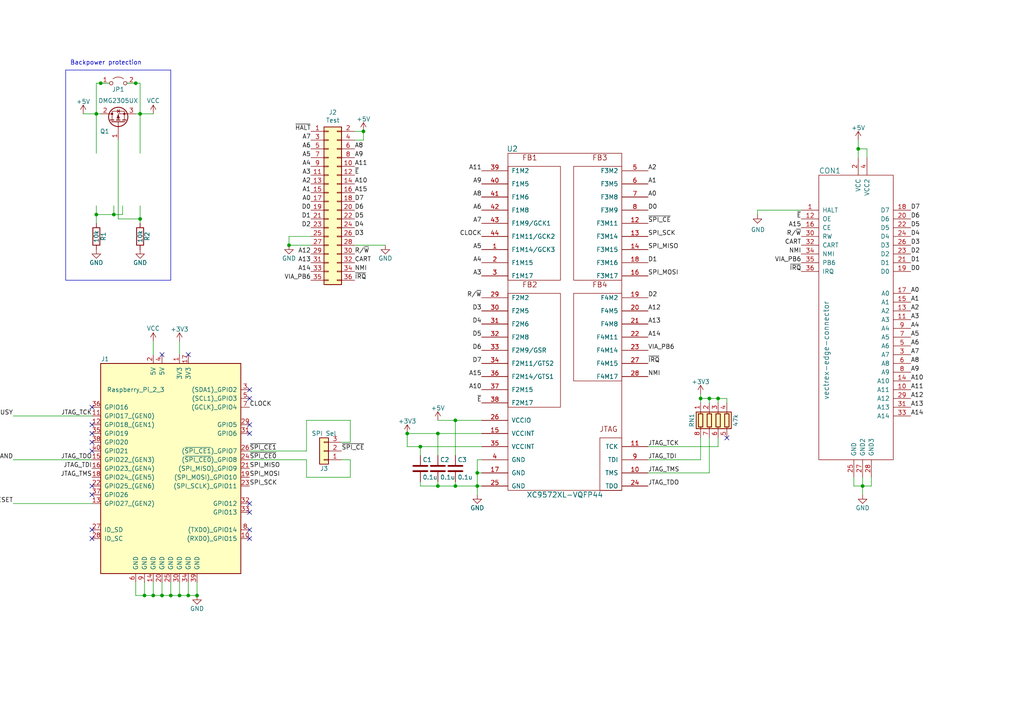
<source format=kicad_sch>
(kicad_sch (version 20230121) (generator eeschema)
  (paper "A4")
  (title_block (title "piTrex RPi to Vectrex bridge") (date "2018-07-24") (rev "1") (company "pelrun@gmail.com"))
  (lib_symbols
    (symbol "Connector_Generic:Conn_01x03" (pin_names (offset 1.016) hide)
      (property "Reference" "J" (at 0 5.08 0))
      (property "Value" "Conn_01x03" (at 0 -5.08 0))
      (symbol "Conn_01x03_1_1"
        (rectangle (start -1.27 -2.413) (end 0 -2.667) (stroke (width 0.1524)))
        (rectangle (start -1.27 0.127) (end 0 -0.127) (stroke (width 0.1524)))
        (rectangle (start -1.27 2.667) (end 0 2.413) (stroke (width 0.1524)))
        (rectangle (start -1.27 3.81) (end 1.27 -3.81) (stroke (width 0.254)) (fill (type background)))
        (pin passive line (at -5.08 2.54 0) (length 3.81) (name "Pin_1") (number "1"))
        (pin passive line (at -5.08 0 0) (length 3.81) (name "Pin_2") (number "2"))
        (pin passive line (at -5.08 -2.54 0) (length 3.81) (name "Pin_3") (number "3"))
      )
    )
    (symbol "Connector_Generic:Conn_02x18_Odd_Even" (pin_names (offset 1.016) hide)
      (property "Reference" "J" (at 1.27 22.86 0))
      (property "Value" "Conn_02x18_Odd_Even" (at 1.27 -25.4 0))
      (symbol "Conn_02x18_Odd_Even_1_1"
        (rectangle (start -1.27 -22.733) (end 0 -22.987) (stroke (width 0.1524)))
        (rectangle (start -1.27 -20.193) (end 0 -20.447) (stroke (width 0.1524)))
        (rectangle (start -1.27 -17.653) (end 0 -17.907) (stroke (width 0.1524)))
        (rectangle (start -1.27 -15.113) (end 0 -15.367) (stroke (width 0.1524)))
        (rectangle (start -1.27 -12.573) (end 0 -12.827) (stroke (width 0.1524)))
        (rectangle (start -1.27 -10.033) (end 0 -10.287) (stroke (width 0.1524)))
        (rectangle (start -1.27 -7.493) (end 0 -7.747) (stroke (width 0.1524)))
        (rectangle (start -1.27 -4.953) (end 0 -5.207) (stroke (width 0.1524)))
        (rectangle (start -1.27 -2.413) (end 0 -2.667) (stroke (width 0.1524)))
        (rectangle (start -1.27 0.127) (end 0 -0.127) (stroke (width 0.1524)))
        (rectangle (start -1.27 2.667) (end 0 2.413) (stroke (width 0.1524)))
        (rectangle (start -1.27 5.207) (end 0 4.953) (stroke (width 0.1524)))
        (rectangle (start -1.27 7.747) (end 0 7.493) (stroke (width 0.1524)))
        (rectangle (start -1.27 10.287) (end 0 10.033) (stroke (width 0.1524)))
        (rectangle (start -1.27 12.827) (end 0 12.573) (stroke (width 0.1524)))
        (rectangle (start -1.27 15.367) (end 0 15.113) (stroke (width 0.1524)))
        (rectangle (start -1.27 17.907) (end 0 17.653) (stroke (width 0.1524)))
        (rectangle (start -1.27 20.447) (end 0 20.193) (stroke (width 0.1524)))
        (rectangle (start -1.27 21.59) (end 3.81 -24.13) (stroke (width 0.254)) (fill (type background)))
        (rectangle (start 3.81 -22.733) (end 2.54 -22.987) (stroke (width 0.1524)))
        (rectangle (start 3.81 -20.193) (end 2.54 -20.447) (stroke (width 0.1524)))
        (rectangle (start 3.81 -17.653) (end 2.54 -17.907) (stroke (width 0.1524)))
        (rectangle (start 3.81 -15.113) (end 2.54 -15.367) (stroke (width 0.1524)))
        (rectangle (start 3.81 -12.573) (end 2.54 -12.827) (stroke (width 0.1524)))
        (rectangle (start 3.81 -10.033) (end 2.54 -10.287) (stroke (width 0.1524)))
        (rectangle (start 3.81 -7.493) (end 2.54 -7.747) (stroke (width 0.1524)))
        (rectangle (start 3.81 -4.953) (end 2.54 -5.207) (stroke (width 0.1524)))
        (rectangle (start 3.81 -2.413) (end 2.54 -2.667) (stroke (width 0.1524)))
        (rectangle (start 3.81 0.127) (end 2.54 -0.127) (stroke (width 0.1524)))
        (rectangle (start 3.81 2.667) (end 2.54 2.413) (stroke (width 0.1524)))
        (rectangle (start 3.81 5.207) (end 2.54 4.953) (stroke (width 0.1524)))
        (rectangle (start 3.81 7.747) (end 2.54 7.493) (stroke (width 0.1524)))
        (rectangle (start 3.81 10.287) (end 2.54 10.033) (stroke (width 0.1524)))
        (rectangle (start 3.81 12.827) (end 2.54 12.573) (stroke (width 0.1524)))
        (rectangle (start 3.81 15.367) (end 2.54 15.113) (stroke (width 0.1524)))
        (rectangle (start 3.81 17.907) (end 2.54 17.653) (stroke (width 0.1524)))
        (rectangle (start 3.81 20.447) (end 2.54 20.193) (stroke (width 0.1524)))
        (pin passive line (at -5.08 20.32 0) (length 3.81) (name "Pin_1") (number "1"))
        (pin passive line (at 7.62 10.16 180) (length 3.81) (name "Pin_10") (number "10"))
        (pin passive line (at -5.08 7.62 0) (length 3.81) (name "Pin_11") (number "11"))
        (pin passive line (at 7.62 7.62 180) (length 3.81) (name "Pin_12") (number "12"))
        (pin passive line (at -5.08 5.08 0) (length 3.81) (name "Pin_13") (number "13"))
        (pin passive line (at 7.62 5.08 180) (length 3.81) (name "Pin_14") (number "14"))
        (pin passive line (at -5.08 2.54 0) (length 3.81) (name "Pin_15") (number "15"))
        (pin passive line (at 7.62 2.54 180) (length 3.81) (name "Pin_16") (number "16"))
        (pin passive line (at -5.08 0 0) (length 3.81) (name "Pin_17") (number "17"))
        (pin passive line (at 7.62 0 180) (length 3.81) (name "Pin_18") (number "18"))
        (pin passive line (at -5.08 -2.54 0) (length 3.81) (name "Pin_19") (number "19"))
        (pin passive line (at 7.62 20.32 180) (length 3.81) (name "Pin_2") (number "2"))
        (pin passive line (at 7.62 -2.54 180) (length 3.81) (name "Pin_20") (number "20"))
        (pin passive line (at -5.08 -5.08 0) (length 3.81) (name "Pin_21") (number "21"))
        (pin passive line (at 7.62 -5.08 180) (length 3.81) (name "Pin_22") (number "22"))
        (pin passive line (at -5.08 -7.62 0) (length 3.81) (name "Pin_23") (number "23"))
        (pin passive line (at 7.62 -7.62 180) (length 3.81) (name "Pin_24") (number "24"))
        (pin passive line (at -5.08 -10.16 0) (length 3.81) (name "Pin_25") (number "25"))
        (pin passive line (at 7.62 -10.16 180) (length 3.81) (name "Pin_26") (number "26"))
        (pin passive line (at -5.08 -12.7 0) (length 3.81) (name "Pin_27") (number "27"))
        (pin passive line (at 7.62 -12.7 180) (length 3.81) (name "Pin_28") (number "28"))
        (pin passive line (at -5.08 -15.24 0) (length 3.81) (name "Pin_29") (number "29"))
        (pin passive line (at -5.08 17.78 0) (length 3.81) (name "Pin_3") (number "3"))
        (pin passive line (at 7.62 -15.24 180) (length 3.81) (name "Pin_30") (number "30"))
        (pin passive line (at -5.08 -17.78 0) (length 3.81) (name "Pin_31") (number "31"))
        (pin passive line (at 7.62 -17.78 180) (length 3.81) (name "Pin_32") (number "32"))
        (pin passive line (at -5.08 -20.32 0) (length 3.81) (name "Pin_33") (number "33"))
        (pin passive line (at 7.62 -20.32 180) (length 3.81) (name "Pin_34") (number "34"))
        (pin passive line (at -5.08 -22.86 0) (length 3.81) (name "Pin_35") (number "35"))
        (pin passive line (at 7.62 -22.86 180) (length 3.81) (name "Pin_36") (number "36"))
        (pin passive line (at 7.62 17.78 180) (length 3.81) (name "Pin_4") (number "4"))
        (pin passive line (at -5.08 15.24 0) (length 3.81) (name "Pin_5") (number "5"))
        (pin passive line (at 7.62 15.24 180) (length 3.81) (name "Pin_6") (number "6"))
        (pin passive line (at -5.08 12.7 0) (length 3.81) (name "Pin_7") (number "7"))
        (pin passive line (at 7.62 12.7 180) (length 3.81) (name "Pin_8") (number "8"))
        (pin passive line (at -5.08 10.16 0) (length 3.81) (name "Pin_9") (number "9"))
      )
    )
    (symbol "Device:C" (pin_numbers hide) (pin_names (offset 0.254))
      (property "Reference" "C" (at 0.635 2.54 0))
      (property "Value" "C" (at 0.635 -2.54 0))
      (symbol "C_0_1"
        (polyline (pts (xy -2.032 -0.762) (xy 2.032 -0.762)) (stroke (width 0.508)))
        (polyline (pts (xy -2.032 0.762) (xy 2.032 0.762)) (stroke (width 0.508)))
      )
      (symbol "C_1_1"
        (pin passive line (at 0 3.81 270) (length 2.794) (name "~") (number "1"))
        (pin passive line (at 0 -3.81 90) (length 2.794) (name "~") (number "2"))
      )
    )
    (symbol "Device:Q_PMOS_GDS" (pin_names (offset 0) hide)
      (property "Reference" "Q" (at 5.08 1.27 0))
      (property "Value" "Q_PMOS_GDS" (at 5.08 -1.27 0))
      (symbol "Q_PMOS_GDS_0_1"
        (polyline (pts (xy 0.254 0) (xy -2.54 0)))
        (polyline (pts (xy 0.254 1.905) (xy 0.254 -1.905)) (stroke (width 0.254)))
        (polyline (pts (xy 0.762 -1.27) (xy 0.762 -2.286)) (stroke (width 0.254)))
        (polyline (pts (xy 0.762 0.508) (xy 0.762 -0.508)) (stroke (width 0.254)))
        (polyline (pts (xy 0.762 2.286) (xy 0.762 1.27)) (stroke (width 0.254)))
        (polyline (pts (xy 2.54 2.54) (xy 2.54 1.778)))
        (polyline (pts (xy 2.54 -2.54) (xy 2.54 0) (xy 0.762 0)))
        (polyline (pts (xy 0.762 1.778) (xy 3.302 1.778) (xy 3.302 -1.778) (xy 0.762 -1.778)))
        (polyline (pts (xy 2.286 0) (xy 1.27 0.381) (xy 1.27 -0.381) (xy 2.286 0)) (fill (type outline)))
        (polyline (pts (xy 2.794 -0.508) (xy 2.921 -0.381) (xy 3.683 -0.381) (xy 3.81 -0.254)))
        (polyline (pts (xy 3.302 -0.381) (xy 2.921 0.254) (xy 3.683 0.254) (xy 3.302 -0.381)))
        (circle (center 1.651 0) (radius 2.794) (stroke (width 0.254)))
        (circle (center 2.54 -1.778) (radius 0.254) (fill (type outline)))
        (circle (center 2.54 1.778) (radius 0.254) (fill (type outline)))
      )
      (symbol "Q_PMOS_GDS_1_1"
        (pin input line (at -5.08 0 0) (length 2.54) (name "G") (number "1"))
        (pin passive line (at 2.54 5.08 270) (length 2.54) (name "D") (number "2"))
        (pin passive line (at 2.54 -5.08 90) (length 2.54) (name "S") (number "3"))
      )
    )
    (symbol "Device:R" (pin_numbers hide) (pin_names (offset 0))
      (property "Reference" "R" (at 2.032 0 90))
      (property "Value" "R" (at 0 0 90))
      (symbol "R_0_1"
        (rectangle (start -1.016 -2.54) (end 1.016 2.54) (stroke (width 0.254)))
      )
      (symbol "R_1_1"
        (pin passive line (at 0 3.81 270) (length 1.27) (name "~") (number "1"))
        (pin passive line (at 0 -3.81 90) (length 1.27) (name "~") (number "2"))
      )
    )
    (symbol "Device:R_Pack04" (pin_names (offset 0) hide)
      (property "Reference" "RN" (at -7.62 0 90))
      (property "Value" "R_Pack04" (at 5.08 0 90))
      (symbol "R_Pack04_0_1"
        (rectangle (start -6.35 -2.413) (end 3.81 2.413) (stroke (width 0.254)) (fill (type background)))
        (rectangle (start -5.715 1.905) (end -4.445 -1.905) (stroke (width 0.254)))
        (rectangle (start -3.175 1.905) (end -1.905 -1.905) (stroke (width 0.254)))
        (rectangle (start -0.635 1.905) (end 0.635 -1.905) (stroke (width 0.254)))
        (polyline (pts (xy -5.08 -2.54) (xy -5.08 -1.905)))
        (polyline (pts (xy -5.08 1.905) (xy -5.08 2.54)))
        (polyline (pts (xy -2.54 -2.54) (xy -2.54 -1.905)))
        (polyline (pts (xy -2.54 1.905) (xy -2.54 2.54)))
        (polyline (pts (xy 0 -2.54) (xy 0 -1.905)))
        (polyline (pts (xy 0 1.905) (xy 0 2.54)))
        (polyline (pts (xy 2.54 -2.54) (xy 2.54 -1.905)))
        (polyline (pts (xy 2.54 1.905) (xy 2.54 2.54)))
        (rectangle (start 1.905 1.905) (end 3.175 -1.905) (stroke (width 0.254)))
      )
      (symbol "R_Pack04_1_1"
        (pin passive line (at -5.08 -5.08 90) (length 2.54) (name "R1.1") (number "1"))
        (pin passive line (at -2.54 -5.08 90) (length 2.54) (name "R2.1") (number "2"))
        (pin passive line (at 0 -5.08 90) (length 2.54) (name "R3.1") (number "3"))
        (pin passive line (at 2.54 -5.08 90) (length 2.54) (name "R4.1") (number "4"))
        (pin passive line (at 2.54 5.08 270) (length 2.54) (name "R4.2") (number "5"))
        (pin passive line (at 0 5.08 270) (length 2.54) (name "R3.2") (number "6"))
        (pin passive line (at -2.54 5.08 270) (length 2.54) (name "R2.2") (number "7"))
        (pin passive line (at -5.08 5.08 270) (length 2.54) (name "R1.2") (number "8"))
      )
    )
    (symbol "Jumper:Jumper_2_Open" (pin_names (offset 0) hide)
      (property "Reference" "JP" (at 0 2.794 0))
      (property "Value" "Jumper_2_Open" (at 0 -2.286 0))
      (symbol "Jumper_2_Open_0_0"
        (circle (center -2.032 0) (radius 0.508))
        (circle (center 2.032 0) (radius 0.508))
      )
      (symbol "Jumper_2_Open_0_1"
        (arc (start 1.524 1.27) (mid 0 1.778) (end -1.524 1.27))
      )
      (symbol "Jumper_2_Open_1_1"
        (pin passive line (at -5.08 0 0) (length 2.54) (name "A") (number "1"))
        (pin passive line (at 5.08 0 180) (length 2.54) (name "B") (number "2"))
      )
    )
    (symbol "Raspberry_Pi_2_3:Raspberry_Pi_2_3" (pin_names (offset 1.016))
      (property "Reference" "J" (at 17.78 -31.75 0))
      (property "Value" "Raspberry_Pi_2_3" (at -10.16 22.86 0))
      (symbol "Raspberry_Pi_2_3_0_1"
        (rectangle (start -20.32 30.48) (end 20.32 -30.48) (stroke (width 0.254)) (fill (type background)))
      )
      (symbol "Raspberry_Pi_2_3_1_1"
        (pin power_out line (at 2.54 33.02 270) (length 2.54) (name "3V3") (number "1"))
        (pin bidirectional line (at 22.86 -20.32 180) (length 2.54) (name "(RXD0)_GPIO15") (number "10"))
        (pin bidirectional line (at -22.86 15.24 0) (length 2.54) (name "GPIO17_(GEN0)") (number "11"))
        (pin bidirectional line (at -22.86 12.7 0) (length 2.54) (name "GPIO18_(GEN1)") (number "12"))
        (pin bidirectional line (at -22.86 -10.16 0) (length 2.54) (name "GPIO27_(GEN2)") (number "13"))
        (pin passive line (at -5.08 -33.02 90) (length 2.54) (name "GND") (number "14"))
        (pin bidirectional line (at -22.86 2.54 0) (length 2.54) (name "GPIO22_(GEN3)") (number "15"))
        (pin bidirectional line (at -22.86 0 0) (length 2.54) (name "GPIO23_(GEN4)") (number "16"))
        (pin power_out line (at 5.08 33.02 270) (length 2.54) (name "3V3") (number "17"))
        (pin bidirectional line (at -22.86 -2.54 0) (length 2.54) (name "GPIO24_(GEN5)") (number "18"))
        (pin bidirectional line (at 22.86 -2.54 180) (length 2.54) (name "(SPI_MOSI)_GPIO10") (number "19"))
        (pin passive line (at -5.08 33.02 270) (length 2.54) (name "5V") (number "2"))
        (pin passive line (at -2.54 -33.02 90) (length 2.54) (name "GND") (number "20"))
        (pin bidirectional line (at 22.86 0 180) (length 2.54) (name "(SPI_MISO)_GPIO9") (number "21"))
        (pin bidirectional line (at -22.86 -5.08 0) (length 2.54) (name "GPIO25_(GEN6)") (number "22"))
        (pin bidirectional line (at 22.86 -5.08 180) (length 2.54) (name "(SPI_SCLK)_GPIO11") (number "23"))
        (pin bidirectional line (at 22.86 2.54 180) (length 2.54) (name "(~{SPI_CE0})_GPIO8") (number "24"))
        (pin passive line (at 0 -33.02 90) (length 2.54) (name "GND") (number "25"))
        (pin bidirectional line (at 22.86 5.08 180) (length 2.54) (name "(~{SPI_CE1})_GPIO7") (number "26"))
        (pin bidirectional line (at -22.86 -17.78 0) (length 2.54) (name "ID_SD") (number "27"))
        (pin bidirectional line (at -22.86 -20.32 0) (length 2.54) (name "ID_SC") (number "28"))
        (pin bidirectional line (at 22.86 12.7 180) (length 2.54) (name "GPIO5") (number "29"))
        (pin bidirectional line (at 22.86 22.86 180) (length 2.54) (name "(SDA1)_GPIO2") (number "3"))
        (pin passive line (at 2.54 -33.02 90) (length 2.54) (name "GND") (number "30"))
        (pin bidirectional line (at 22.86 10.16 180) (length 2.54) (name "GPIO6") (number "31"))
        (pin bidirectional line (at 22.86 -10.16 180) (length 2.54) (name "GPIO12") (number "32"))
        (pin bidirectional line (at 22.86 -12.7 180) (length 2.54) (name "GPIO13") (number "33"))
        (pin passive line (at 5.08 -33.02 90) (length 2.54) (name "GND") (number "34"))
        (pin bidirectional line (at -22.86 10.16 0) (length 2.54) (name "GPIO19") (number "35"))
        (pin bidirectional line (at -22.86 17.78 0) (length 2.54) (name "GPIO16") (number "36"))
        (pin bidirectional line (at -22.86 -7.62 0) (length 2.54) (name "GPIO26") (number "37"))
        (pin bidirectional line (at -22.86 7.62 0) (length 2.54) (name "GPIO20") (number "38"))
        (pin passive line (at 7.62 -33.02 90) (length 2.54) (name "GND") (number "39"))
        (pin passive line (at -2.54 33.02 270) (length 2.54) (name "5V") (number "4"))
        (pin bidirectional line (at -22.86 5.08 0) (length 2.54) (name "GPIO21") (number "40"))
        (pin bidirectional line (at 22.86 20.32 180) (length 2.54) (name "(SCL1)_GPIO3") (number "5"))
        (pin passive line (at -10.16 -33.02 90) (length 2.54) (name "GND") (number "6"))
        (pin bidirectional line (at 22.86 17.78 180) (length 2.54) (name "(GCLK)_GPIO4") (number "7"))
        (pin bidirectional line (at 22.86 -17.78 180) (length 2.54) (name "(TXD0)_GPIO14") (number "8"))
        (pin passive line (at -7.62 -33.02 90) (length 2.54) (name "GND") (number "9"))
      )
    )
    (symbol "power:+3V3" (power) (pin_names (offset 0))
      (property "Value" "+3V3" (at 0 3.556 0))
      (symbol "+3V3_0_1"
        (polyline (pts (xy -0.762 1.27) (xy 0 2.54)))
        (polyline (pts (xy 0 0) (xy 0 2.54)))
        (polyline (pts (xy 0 2.54) (xy 0.762 1.27)))
      )
      (symbol "+3V3_1_1"
        (pin power_in line (at 0 0 90) (length 0) hide (name "+3V3") (number "1"))
      )
    )
    (symbol "power:+5V" (power) (pin_names (offset 0))
      (property "Value" "+5V" (at 0 3.556 0))
      (symbol "+5V_0_1"
        (polyline (pts (xy -0.762 1.27) (xy 0 2.54)))
        (polyline (pts (xy 0 0) (xy 0 2.54)))
        (polyline (pts (xy 0 2.54) (xy 0.762 1.27)))
      )
      (symbol "+5V_1_1"
        (pin power_in line (at 0 0 90) (length 0) hide (name "+5V") (number "1"))
      )
    )
    (symbol "power:GND" (power) (pin_names (offset 0))
      (property "Value" "GND" (at 0 -3.81 0))
      (symbol "GND_0_1"
        (polyline (pts (xy 0 0) (xy 0 -1.27) (xy 1.27 -1.27) (xy 0 -2.54) (xy -1.27 -1.27) (xy 0 -1.27)))
      )
      (symbol "GND_1_1"
        (pin power_in line (at 0 0 270) (length 0) hide (name "GND") (number "1"))
      )
    )
    (symbol "power:VCC" (power) (pin_names (offset 0))
      (property "Value" "VCC" (at 0 3.81 0))
      (symbol "VCC_0_1"
        (polyline (pts (xy -0.762 1.27) (xy 0 2.54)))
        (polyline (pts (xy 0 0) (xy 0 2.54)))
        (polyline (pts (xy 0 2.54) (xy 0.762 1.27)))
      )
      (symbol "VCC_1_1"
        (pin power_in line (at 0 0 90) (length 0) hide (name "VCC") (number "1"))
      )
    )
    (symbol "vectrex-edge-connector:vectrex-edge-connector" (pin_names (offset 1.016))
      (property "Reference" "CON" (at 10.16 -40.64 0))
      (property "Value" "vectrex-edge-connector" (at -20.32 49.53 0))
      (symbol "vectrex-edge-connector_0_1"
        (rectangle (start -12.7 45.72) (end 8.89 -36.83))
      )
      (symbol "vectrex-edge-connector_1_1"
        (pin output line (at -17.78 35.56 0) (length 5.08) (name "HALT") (number "1"))
        (pin output line (at 13.97 -16.51 180) (length 5.08) (name "A11") (number "10"))
        (pin output line (at 13.97 3.81 180) (length 5.08) (name "A3") (number "11"))
        (pin output line (at -17.78 33.02 0) (length 5.08) (name "OE") (number "12"))
        (pin output line (at 13.97 6.35 180) (length 5.08) (name "A2") (number "13"))
        (pin output line (at 13.97 -13.97 180) (length 5.08) (name "A10") (number "14"))
        (pin output line (at 13.97 8.89 180) (length 5.08) (name "A1") (number "15"))
        (pin output line (at -17.78 30.48 0) (length 5.08) (name "CE") (number "16"))
        (pin output line (at 13.97 11.43 180) (length 5.08) (name "A0") (number "17"))
        (pin output line (at 13.97 35.56 180) (length 5.08) (name "D7") (number "18"))
        (pin output line (at 13.97 17.78 180) (length 5.08) (name "D0") (number "19"))
        (pin output line (at -1.27 50.8 270) (length 5.08) (name "VCC") (number "2"))
        (pin output line (at 13.97 33.02 180) (length 5.08) (name "D6") (number "20"))
        (pin output line (at 13.97 20.32 180) (length 5.08) (name "D1") (number "21"))
        (pin output line (at 13.97 30.48 180) (length 5.08) (name "D5") (number "22"))
        (pin output line (at 13.97 22.86 180) (length 5.08) (name "D2") (number "23"))
        (pin output line (at 13.97 27.94 180) (length 5.08) (name "D4") (number "24"))
        (pin output line (at -2.54 -41.91 90) (length 5.08) (name "GND") (number "25"))
        (pin output line (at 13.97 25.4 180) (length 5.08) (name "D3") (number "26"))
        (pin output line (at 0 -41.91 90) (length 5.08) (name "GND2") (number "27"))
        (pin output line (at 2.54 -41.91 90) (length 5.08) (name "GND3") (number "28"))
        (pin output line (at 13.97 -19.05 180) (length 5.08) (name "A12") (number "29"))
        (pin output line (at 13.97 -6.35 180) (length 5.08) (name "A7") (number "3"))
        (pin output line (at -17.78 27.94 0) (length 5.08) (name "RW") (number "30"))
        (pin output line (at 13.97 -21.59 180) (length 5.08) (name "A13") (number "31"))
        (pin output line (at -17.78 25.4 0) (length 5.08) (name "CART") (number "32"))
        (pin output line (at 13.97 -24.13 180) (length 5.08) (name "A14") (number "33"))
        (pin output line (at -17.78 22.86 0) (length 5.08) (name "NMI") (number "34"))
        (pin output line (at -17.78 20.32 0) (length 5.08) (name "PB6") (number "35"))
        (pin output line (at -17.78 17.78 0) (length 5.08) (name "IRQ") (number "36"))
        (pin output line (at 1.27 50.8 270) (length 5.08) (name "VCC2") (number "4"))
        (pin output line (at 13.97 -3.81 180) (length 5.08) (name "A6") (number "5"))
        (pin output line (at 13.97 -8.89 180) (length 5.08) (name "A8") (number "6"))
        (pin output line (at 13.97 -1.27 180) (length 5.08) (name "A5") (number "7"))
        (pin output line (at 13.97 -11.43 180) (length 5.08) (name "A9") (number "8"))
        (pin output line (at 13.97 1.27 180) (length 5.08) (name "A4") (number "9"))
      )
    )
    (symbol "xc9572xl:XC9572XL-VQFP44" (pin_names (offset 1.016))
      (property "Reference" "U" (at 0 -55.88 0))
      (property "Value" "XC9572XL-VQFP44" (at 0 -52.07 0))
      (symbol "XC9572XL-VQFP44_0_0"
        (rectangle (start -16.51 38.1) (end 16.51 -59.69))
        (rectangle (start 2.54 34.29) (end 16.51 1.27))
        (rectangle (start 16.51 -44.45) (end 10.16 -59.69))
        (rectangle (start 16.51 -2.54) (end 2.54 -27.94))
        (text "FB1" (at -10.16 36.83 0) (effects (font (size 1.524 1.524))))
        (text "FB2" (at -10.16 0 0) (effects (font (size 1.524 1.524))))
        (text "FB3" (at 10.16 36.83 0) (effects (font (size 1.524 1.524))))
        (text "FB4" (at 10.16 0 0) (effects (font (size 1.524 1.524))))
        (text "JTAG" (at 12.7 -41.91 0) (effects (font (size 1.524 1.524))))
      )
      (symbol "XC9572XL-VQFP44_0_1"
        (rectangle (start -16.51 -2.54) (end -1.27 -35.56))
        (rectangle (start -16.51 34.29) (end -1.27 1.27))
      )
      (symbol "XC9572XL-VQFP44_1_1"
        (pin input line (at -24.13 10.16 0) (length 7.62) (name "F1M14/GCK3") (number "1"))
        (pin bidirectional line (at 24.13 -54.61 180) (length 7.62) (name "TMS") (number "10"))
        (pin input line (at 24.13 -46.99 180) (length 7.62) (name "TCK") (number "11"))
        (pin bidirectional line (at 24.13 17.78 180) (length 7.62) (name "F3M11") (number "12"))
        (pin bidirectional line (at 24.13 13.97 180) (length 7.62) (name "F3M14") (number "13"))
        (pin bidirectional line (at 24.13 10.16 180) (length 7.62) (name "F3M15") (number "14"))
        (pin power_in line (at -24.13 -43.18 0) (length 7.62) (name "VCCINT") (number "15"))
        (pin bidirectional line (at 24.13 2.54 180) (length 7.62) (name "F3M17") (number "16"))
        (pin power_in line (at -24.13 -54.61 0) (length 7.62) (name "GND") (number "17"))
        (pin bidirectional line (at 24.13 6.35 180) (length 7.62) (name "F3M16") (number "18"))
        (pin bidirectional line (at 24.13 -3.81 180) (length 7.62) (name "F4M2") (number "19"))
        (pin bidirectional line (at -24.13 6.35 0) (length 7.62) (name "F1M15") (number "2"))
        (pin bidirectional line (at 24.13 -7.62 180) (length 7.62) (name "F4M5") (number "20"))
        (pin bidirectional line (at 24.13 -11.43 180) (length 7.62) (name "F4M8") (number "21"))
        (pin bidirectional line (at 24.13 -15.24 180) (length 7.62) (name "F4M11") (number "22"))
        (pin bidirectional line (at 24.13 -19.05 180) (length 7.62) (name "F4M14") (number "23"))
        (pin bidirectional line (at 24.13 -58.42 180) (length 7.62) (name "TDO") (number "24"))
        (pin power_in line (at -24.13 -58.42 0) (length 7.62) (name "GND") (number "25"))
        (pin power_in line (at -24.13 -39.37 0) (length 7.62) (name "VCCIO") (number "26"))
        (pin bidirectional line (at 24.13 -22.86 180) (length 7.62) (name "F4M15") (number "27"))
        (pin bidirectional line (at 24.13 -26.67 180) (length 7.62) (name "F4M17") (number "28"))
        (pin bidirectional line (at -24.13 -3.81 0) (length 7.62) (name "F2M2") (number "29"))
        (pin bidirectional line (at -24.13 2.54 0) (length 7.62) (name "F1M17") (number "3"))
        (pin bidirectional line (at -24.13 -7.62 0) (length 7.62) (name "F2M5") (number "30"))
        (pin bidirectional line (at -24.13 -11.43 0) (length 7.62) (name "F2M6") (number "31"))
        (pin bidirectional line (at -24.13 -15.24 0) (length 7.62) (name "F2M8") (number "32"))
        (pin bidirectional line (at -24.13 -19.05 0) (length 7.62) (name "F2M9/GSR") (number "33"))
        (pin bidirectional line (at -24.13 -22.86 0) (length 7.62) (name "F2M11/GTS2") (number "34"))
        (pin power_in line (at -24.13 -46.99 0) (length 7.62) (name "VCCINT") (number "35"))
        (pin bidirectional line (at -24.13 -26.67 0) (length 7.62) (name "F2M14/GTS1") (number "36"))
        (pin bidirectional line (at -24.13 -30.48 0) (length 7.62) (name "F2M15") (number "37"))
        (pin bidirectional line (at -24.13 -34.29 0) (length 7.62) (name "F2M17") (number "38"))
        (pin bidirectional line (at -24.13 33.02 0) (length 7.62) (name "F1M2") (number "39"))
        (pin power_in line (at -24.13 -50.8 0) (length 7.62) (name "GND") (number "4"))
        (pin bidirectional line (at -24.13 29.21 0) (length 7.62) (name "F1M5") (number "40"))
        (pin bidirectional line (at -24.13 25.4 0) (length 7.62) (name "F1M6") (number "41"))
        (pin bidirectional line (at -24.13 21.59 0) (length 7.62) (name "F1M8") (number "42"))
        (pin input line (at -24.13 17.78 0) (length 7.62) (name "F1M9/GCK1") (number "43"))
        (pin input line (at -24.13 13.97 0) (length 7.62) (name "F1M11/GCK2") (number "44"))
        (pin bidirectional line (at 24.13 33.02 180) (length 7.62) (name "F3M2") (number "5"))
        (pin bidirectional line (at 24.13 29.21 180) (length 7.62) (name "F3M5") (number "6"))
        (pin bidirectional line (at 24.13 25.4 180) (length 7.62) (name "F3M8") (number "7"))
        (pin bidirectional line (at 24.13 21.59 180) (length 7.62) (name "F3M9") (number "8"))
        (pin bidirectional line (at 24.13 -50.8 180) (length 7.62) (name "TDI") (number "9"))
      )
    )
  )
  (junction (at 40.64 63.5))
  (junction (at 57.15 172.72))
  (junction (at 127 140.97))
  (junction (at 27.94 62.23))
  (junction (at 127 125.73))
  (junction (at 205.74 115.57))
  (junction (at 44.45 172.72))
  (junction (at 54.61 172.72))
  (junction (at 27.94 33.02))
  (junction (at 29.21 24.13))
  (junction (at 248.92 43.18))
  (junction (at 203.2 115.57))
  (junction (at 49.53 172.72))
  (junction (at 250.19 140.97))
  (junction (at 46.99 172.72))
  (junction (at 33.02 62.23))
  (junction (at 118.11 125.73))
  (junction (at 83.82 71.12))
  (junction (at 132.08 121.92))
  (junction (at 208.28 115.57))
  (junction (at 138.43 137.16))
  (junction (at 39.37 24.13))
  (junction (at 40.64 33.02))
  (junction (at 52.07 172.72))
  (junction (at 132.08 140.97))
  (junction (at 138.43 140.97))
  (junction (at 121.92 129.54))
  (junction (at 41.91 172.72))
  (junction (at 105.41 38.1))
  (no_connect (at 26.67 118.11))
  (no_connect (at 26.67 156.21))
  (no_connect (at 72.39 153.67))
  (no_connect (at 46.99 102.87))
  (no_connect (at 26.67 125.73))
  (no_connect (at 26.67 153.67))
  (no_connect (at 26.67 140.97))
  (no_connect (at 72.39 156.21))
  (no_connect (at 72.39 115.57))
  (no_connect (at 26.67 143.51))
  (no_connect (at 72.39 146.05))
  (no_connect (at 72.39 113.03))
  (no_connect (at 54.61 102.87))
  (no_connect (at 26.67 128.27))
  (no_connect (at 72.39 148.59))
  (no_connect (at 26.67 123.19))
  (no_connect (at 72.39 123.19))
  (no_connect (at 26.67 130.81))
  (no_connect (at 210.82 127))
  (no_connect (at 72.39 125.73))
  (wire (pts (xy 27.94 33.02) (xy 29.21 33.02)))
  (wire (pts (xy 40.64 59.69) (xy 40.64 63.5)))
  (wire (pts (xy 90.17 68.58) (xy 83.82 68.58)))
  (wire (pts (xy 26.67 120.65) (xy 3.81 120.65)))
  (wire (pts (xy 121.92 139.7) (xy 121.92 140.97)))
  (wire (pts (xy 101.6 133.35) (xy 99.06 133.35)))
  (wire (pts (xy 83.82 68.58) (xy 83.82 71.12)))
  (wire (pts (xy 39.37 33.02) (xy 40.64 33.02)))
  (wire (pts (xy 52.07 172.72) (xy 54.61 172.72)))
  (wire (pts (xy 102.87 38.1) (xy 105.41 38.1)))
  (wire (pts (xy 40.64 33.02) (xy 40.64 44.45)))
  (wire (pts (xy 40.64 24.13) (xy 40.64 33.02)))
  (wire (pts (xy 138.43 140.97) (xy 138.43 143.51)))
  (wire (pts (xy 205.74 115.57) (xy 205.74 116.84)))
  (wire (pts (xy 205.74 115.57) (xy 208.28 115.57)))
  (wire (pts (xy 46.99 172.72) (xy 49.53 172.72)))
  (wire (pts (xy 88.9 138.43) (xy 101.6 138.43)))
  (wire (pts (xy 187.96 137.16) (xy 205.74 137.16)))
  (wire (pts (xy 187.96 129.54) (xy 208.28 129.54)))
  (wire (pts (xy 102.87 40.64) (xy 105.41 40.64)))
  (wire (pts (xy 203.2 115.57) (xy 203.2 116.84)))
  (wire (pts (xy 250.19 140.97) (xy 250.19 143.51)))
  (wire (pts (xy 33.02 62.23) (xy 35.56 62.23)))
  (wire (pts (xy 24.13 33.02) (xy 27.94 33.02)))
  (wire (pts (xy 49.53 168.91) (xy 49.53 172.72)))
  (wire (pts (xy 210.82 115.57) (xy 210.82 116.84)))
  (wire (pts (xy 41.91 168.91) (xy 41.91 172.72)))
  (wire (pts (xy 57.15 172.72) (xy 57.15 168.91)))
  (polyline (pts (xy 49.53 20.32) (xy 49.53 81.28)))
  (wire (pts (xy 118.11 125.73) (xy 127 125.73)))
  (wire (pts (xy 252.73 140.97) (xy 252.73 138.43)))
  (wire (pts (xy 101.6 138.43) (xy 101.6 133.35)))
  (wire (pts (xy 49.53 172.72) (xy 52.07 172.72)))
  (wire (pts (xy 88.9 133.35) (xy 88.9 138.43)))
  (wire (pts (xy 27.94 62.23) (xy 33.02 62.23)))
  (wire (pts (xy 26.67 146.05) (xy 3.81 146.05)))
  (wire (pts (xy 138.43 133.35) (xy 138.43 137.16)))
  (wire (pts (xy 40.64 33.02) (xy 44.45 33.02)))
  (wire (pts (xy 101.6 121.92) (xy 101.6 128.27)))
  (wire (pts (xy 34.29 63.5) (xy 40.64 63.5)))
  (wire (pts (xy 127 125.73) (xy 139.7 125.73)))
  (wire (pts (xy 33.02 59.69) (xy 33.02 62.23)))
  (wire (pts (xy 34.29 40.64) (xy 34.29 63.5)))
  (wire (pts (xy 39.37 172.72) (xy 41.91 172.72)))
  (wire (pts (xy 44.45 102.87) (xy 44.45 99.06)))
  (wire (pts (xy 101.6 128.27) (xy 99.06 128.27)))
  (wire (pts (xy 219.71 60.96) (xy 219.71 62.23)))
  (wire (pts (xy 88.9 121.92) (xy 101.6 121.92)))
  (wire (pts (xy 27.94 62.23) (xy 27.94 64.77)))
  (wire (pts (xy 118.11 125.73) (xy 118.11 129.54)))
  (wire (pts (xy 132.08 121.92) (xy 139.7 121.92)))
  (wire (pts (xy 138.43 140.97) (xy 139.7 140.97)))
  (wire (pts (xy 26.67 133.35) (xy 3.81 133.35)))
  (wire (pts (xy 72.39 133.35) (xy 88.9 133.35)))
  (wire (pts (xy 39.37 168.91) (xy 39.37 172.72)))
  (wire (pts (xy 250.19 140.97) (xy 252.73 140.97)))
  (wire (pts (xy 121.92 129.54) (xy 139.7 129.54)))
  (wire (pts (xy 139.7 133.35) (xy 138.43 133.35)))
  (wire (pts (xy 203.2 114.3) (xy 203.2 115.57)))
  (wire (pts (xy 27.94 24.13) (xy 27.94 33.02)))
  (wire (pts (xy 248.92 40.64) (xy 248.92 43.18)))
  (wire (pts (xy 132.08 139.7) (xy 132.08 140.97)))
  (wire (pts (xy 203.2 115.57) (xy 205.74 115.57)))
  (wire (pts (xy 29.21 24.13) (xy 31.75 24.13)))
  (wire (pts (xy 40.64 63.5) (xy 40.64 64.77)))
  (wire (pts (xy 208.28 129.54) (xy 208.28 127)))
  (wire (pts (xy 27.94 24.13) (xy 29.21 24.13)))
  (wire (pts (xy 88.9 130.81) (xy 88.9 121.92)))
  (wire (pts (xy 41.91 172.72) (xy 44.45 172.72)))
  (wire (pts (xy 127 139.7) (xy 127 140.97)))
  (wire (pts (xy 39.37 24.13) (xy 40.64 24.13)))
  (wire (pts (xy 46.99 168.91) (xy 46.99 172.72)))
  (wire (pts (xy 132.08 121.92) (xy 132.08 132.08)))
  (wire (pts (xy 54.61 168.91) (xy 54.61 172.72)))
  (wire (pts (xy 205.74 137.16) (xy 205.74 127)))
  (polyline (pts (xy 49.53 81.28) (xy 19.05 81.28)))
  (wire (pts (xy 27.94 33.02) (xy 27.94 44.45)))
  (wire (pts (xy 127 140.97) (xy 132.08 140.97)))
  (wire (pts (xy 52.07 99.06) (xy 52.07 102.87)))
  (wire (pts (xy 132.08 140.97) (xy 138.43 140.97)))
  (wire (pts (xy 54.61 172.72) (xy 57.15 172.72)))
  (wire (pts (xy 35.56 62.23) (xy 35.56 59.69)))
  (wire (pts (xy 27.94 59.69) (xy 27.94 62.23)))
  (wire (pts (xy 118.11 129.54) (xy 121.92 129.54)))
  (polyline (pts (xy 19.05 20.32) (xy 49.53 20.32)))
  (wire (pts (xy 127 121.92) (xy 132.08 121.92)))
  (wire (pts (xy 208.28 115.57) (xy 210.82 115.57)))
  (wire (pts (xy 138.43 137.16) (xy 138.43 140.97)))
  (wire (pts (xy 90.17 71.12) (xy 83.82 71.12)))
  (wire (pts (xy 248.92 43.18) (xy 248.92 45.72)))
  (wire (pts (xy 139.7 137.16) (xy 138.43 137.16)))
  (wire (pts (xy 121.92 129.54) (xy 121.92 132.08)))
  (wire (pts (xy 232.41 60.96) (xy 219.71 60.96)))
  (wire (pts (xy 127 125.73) (xy 127 132.08)))
  (wire (pts (xy 247.65 138.43) (xy 247.65 140.97)))
  (wire (pts (xy 250.19 138.43) (xy 250.19 140.97)))
  (wire (pts (xy 44.45 172.72) (xy 46.99 172.72)))
  (wire (pts (xy 247.65 140.97) (xy 250.19 140.97)))
  (wire (pts (xy 203.2 133.35) (xy 203.2 127)))
  (wire (pts (xy 36.83 24.13) (xy 39.37 24.13)))
  (wire (pts (xy 44.45 168.91) (xy 44.45 172.72)))
  (polyline (pts (xy 19.05 81.28) (xy 19.05 20.32)))
  (wire (pts (xy 52.07 168.91) (xy 52.07 172.72)))
  (wire (pts (xy 187.96 133.35) (xy 203.2 133.35)))
  (wire (pts (xy 251.46 45.72) (xy 251.46 43.18)))
  (wire (pts (xy 102.87 71.12) (xy 111.76 71.12)))
  (wire (pts (xy 121.92 140.97) (xy 127 140.97)))
  (wire (pts (xy 251.46 43.18) (xy 248.92 43.18)))
  (wire (pts (xy 105.41 40.64) (xy 105.41 38.1)))
  (wire (pts (xy 208.28 115.57) (xy 208.28 116.84)))
  (wire (pts (xy 72.39 130.81) (xy 88.9 130.81)))
  (text "Backpower protection" (at 20.32 19.05 0) (effects (font (size 1.27 1.27)) (justify left bottom)))
  (label "D1" (at 90.17 63.5 180))
  (label "CART" (at 102.87 76.2 0))
  (label "D2" (at 187.96 86.36 0))
  (label "~{E}" (at 102.87 50.8 0))
  (label "JTAG_TCK" (at 187.96 129.54 0))
  (label "A11" (at 264.16 113.03 0))
  (label "A4" (at 139.7 76.2 180))
  (label "JTAG_TMS" (at 187.96 137.16 0))
  (label "D4" (at 264.16 68.58 0))
  (label "JTAG_TDO" (at 187.96 140.97 0))
  (label "~{IRQ}" (at 102.87 81.28 0))
  (label "A12" (at 187.96 90.17 0))
  (label "A9" (at 102.87 45.72 0))
  (label "A14" (at 90.17 78.74 180))
  (label "A4" (at 264.16 95.25 0))
  (label "R/~{W}" (at 232.41 68.58 180))
  (label "A6" (at 139.7 60.96 180))
  (label "A10" (at 264.16 110.49 0))
  (label "CLOCK" (at 72.39 118.11 0))
  (label "~{SPI_CE0}" (at 72.39 133.35 0))
  (label "A3" (at 139.7 80.01 180))
  (label "D7" (at 102.87 58.42 0))
  (label "SPI_MOSI" (at 72.39 138.43 0))
  (label "~{E}" (at 139.7 116.84 180))
  (label "A5" (at 139.7 72.39 180))
  (label "D4" (at 102.87 66.04 0))
  (label "A6" (at 90.17 43.18 180))
  (label "VIA_PB6" (at 187.96 101.6 0))
  (label "D6" (at 264.16 63.5 0))
  (label "JTAG_TMS" (at 26.67 138.43 180))
  (label "D3" (at 264.16 71.12 0))
  (label "IP_BUSY" (at 3.81 120.65 180))
  (label "A0" (at 187.96 57.15 0))
  (label "D6" (at 102.87 60.96 0))
  (label "D7" (at 264.16 60.96 0))
  (label "~{IRQ}" (at 187.96 105.41 0))
  (label "~{HALT}" (at 90.17 38.1 180))
  (label "D6" (at 139.7 101.6 180))
  (label "A10" (at 102.87 53.34 0))
  (label "A8" (at 264.16 105.41 0))
  (label "A1" (at 264.16 87.63 0))
  (label "~{E}" (at 232.41 63.5 180))
  (label "D1" (at 187.96 76.2 0))
  (label "A13" (at 187.96 93.98 0))
  (label "SPI_MISO" (at 187.96 72.39 0))
  (label "R/~{W}" (at 102.87 73.66 0))
  (label "SPI_SCK" (at 72.39 140.97 0))
  (label "A5" (at 264.16 97.79 0))
  (label "D2" (at 90.17 66.04 180))
  (label "A1" (at 187.96 53.34 0))
  (label "JTAG_TCK" (at 26.67 120.65 180))
  (label "D4" (at 139.7 93.98 180))
  (label "A9" (at 264.16 107.95 0))
  (label "JTAG_TDI" (at 187.96 133.35 0))
  (label "A11" (at 139.7 49.53 180))
  (label "D5" (at 264.16 66.04 0))
  (label "A7" (at 264.16 102.87 0))
  (label "A4" (at 90.17 48.26 180))
  (label "SPI_MISO" (at 72.39 135.89 0))
  (label "VIA_PB6" (at 90.17 81.28 180))
  (label "A15" (at 139.7 109.22 180))
  (label "D5" (at 102.87 63.5 0))
  (label "~{SPI_CE}" (at 187.96 64.77 0))
  (label "A2" (at 90.17 53.34 180))
  (label "A8" (at 139.7 57.15 180))
  (label "A0" (at 90.17 58.42 180))
  (label "JTAG_TDI" (at 26.67 135.89 180))
  (label "A3" (at 90.17 50.8 180))
  (label "IP_COMMAND" (at 3.81 133.35 180))
  (label "~{SPI_CE}" (at 99.06 130.81 0))
  (label "A7" (at 139.7 64.77 180))
  (label "R/~{W}" (at 139.7 86.36 180))
  (label "A3" (at 264.16 92.71 0))
  (label "A15" (at 232.41 66.04 180))
  (label "~{SPI_CE1}" (at 72.39 130.81 0))
  (label "A8" (at 102.87 43.18 0))
  (label "~{IRQ}" (at 232.41 78.74 180))
  (label "A7" (at 90.17 40.64 180))
  (label "NMI" (at 232.41 73.66 180))
  (label "A12" (at 90.17 73.66 180))
  (label "A9" (at 139.7 53.34 180))
  (label "SPI_SCK" (at 187.96 68.58 0))
  (label "IP_RESET" (at 3.81 146.05 180))
  (label "A0" (at 264.16 85.09 0))
  (label "A2" (at 264.16 90.17 0))
  (label "CLOCK" (at 139.7 68.58 180))
  (label "A2" (at 187.96 49.53 0))
  (label "D0" (at 264.16 78.74 0))
  (label "A6" (at 264.16 100.33 0))
  (label "JTAG_TDO" (at 26.67 133.35 180))
  (label "D0" (at 187.96 60.96 0))
  (label "A12" (at 264.16 115.57 0))
  (label "D1" (at 264.16 76.2 0))
  (label "NMI" (at 102.87 78.74 0))
  (label "A13" (at 264.16 118.11 0))
  (label "D3" (at 102.87 68.58 0))
  (label "CART" (at 232.41 71.12 180))
  (label "NMI" (at 187.96 109.22 0))
  (label "A15" (at 102.87 55.88 0))
  (label "SPI_MOSI" (at 187.96 80.01 0))
  (label "D0" (at 90.17 60.96 180))
  (label "D5" (at 139.7 97.79 180))
  (label "A11" (at 102.87 48.26 0))
  (label "A13" (at 90.17 76.2 180))
  (label "D2" (at 264.16 73.66 0))
  (label "D7" (at 139.7 105.41 180))
  (label "A5" (at 90.17 45.72 180))
  (label "A14" (at 264.16 120.65 0))
  (label "A1" (at 90.17 55.88 180))
  (label "A10" (at 139.7 113.03 180))
  (label "VIA_PB6" (at 232.41 76.2 180))
  (label "A14" (at 187.96 97.79 0))
  (label "D3" (at 139.7 90.17 180))
  (symbol (lib_id "vectrex-edge-connector:vectrex-edge-connector") (at 250.19 96.52 0) (unit 1)
    (property "Reference" "CON1" (at 237.49 49.53 0) (effects (font (size 1.524 1.524)) (justify left)))
    (property "Value" "vectrex-edge-connector" (at 238.76 101.6 90) (effects (font (size 1.524 1.524)) (justify top)))
    (property "Footprint" "piTrex:vectrex" (effects hide))
  )
  (symbol (lib_id "xc9572xl:XC9572XL-VQFP44") (at 163.83 82.55 0) (unit 1)
    (property "Reference" "U2" (at 148.59 43.18 0) (effects (font (size 1.524 1.524))))
    (property "Value" "XC9572XL-VQFP44" (at 163.83 143.51 0) (effects (font (size 1.524 1.524))))
    (property "Footprint" "Package_QFP:LQFP-44_10x10mm_P0.8mm" (effects hide))
  )
  (symbol (lib_id "Raspberry_Pi_2_3:Raspberry_Pi_2_3") (at 49.53 135.89 0) (unit 1)
    (property "Reference" "J1" (at 30.48 104.14 0))
    (property "Value" "Raspberry_Pi_2_3" (at 39.37 113.03 0))
    (property "Footprint" "piTrex:PiZeroHat" (effects hide))
    (property "LCSC" "C132132" (effects hide))
  )
  (symbol (lib_id "power:+3V3") (at 52.07 99.06 0) (unit 1)
    (property "Reference" "#PWR01" (effects hide))
    (property "Value" "+3V3" (at 52.07 95.504 0))
  )
  (symbol (lib_id "power:+3V3") (at 118.11 125.73 0) (unit 1)
    (property "Reference" "#PWR02" (effects hide))
    (property "Value" "+3V3" (at 118.11 122.174 0))
  )
  (symbol (lib_id "power:+5V") (at 127 121.92 0) (unit 1)
    (property "Reference" "#PWR03" (effects hide))
    (property "Value" "+5V" (at 127 118.364 0))
  )
  (symbol (lib_id "power:GND") (at 138.43 143.51 0) (unit 1)
    (property "Reference" "#PWR04" (effects hide))
    (property "Value" "GND" (at 138.43 147.32 0))
  )
  (symbol (lib_id "power:+3V3") (at 203.2 114.3 0) (unit 1)
    (property "Reference" "#PWR05" (effects hide))
    (property "Value" "+3V3" (at 203.2 110.744 0))
  )
  (symbol (lib_id "power:GND") (at 250.19 143.51 0) (unit 1)
    (property "Reference" "#PWR06" (effects hide))
    (property "Value" "GND" (at 250.19 147.32 0))
  )
  (symbol (lib_id "power:GND") (at 57.15 172.72 0) (unit 1)
    (property "Reference" "#PWR07" (effects hide))
    (property "Value" "GND" (at 57.15 176.53 0))
  )
  (symbol (lib_id "power:+5V") (at 248.92 40.64 0) (unit 1)
    (property "Reference" "#PWR08" (effects hide))
    (property "Value" "+5V" (at 248.92 37.084 0))
  )
  (symbol (lib_id "Device:C") (at 132.08 135.89 0) (unit 1)
    (property "Reference" "C3" (at 132.715 133.35 0) (effects (justify left)))
    (property "Value" "0.1u" (at 132.715 138.43 0) (effects (justify left)))
    (property "Footprint" "Capacitor_SMD:C_0805_2012Metric_Pad1.15x1.40mm_HandSolder" (effects hide))
    (property "LCSC" "C106243" (effects hide))
  )
  (symbol (lib_id "Device:C") (at 127 135.89 0) (unit 1)
    (property "Reference" "C2" (at 127.635 133.35 0) (effects (justify left)))
    (property "Value" "0.1u" (at 127.635 138.43 0) (effects (justify left)))
    (property "Footprint" "Capacitor_SMD:C_0805_2012Metric_Pad1.15x1.40mm_HandSolder" (effects hide))
    (property "LCSC" "C106243" (effects hide))
  )
  (symbol (lib_id "Device:C") (at 121.92 135.89 0) (unit 1)
    (property "Reference" "C1" (at 122.555 133.35 0) (effects (justify left)))
    (property "Value" "0.1u" (at 122.555 138.43 0) (effects (justify left)))
    (property "Footprint" "Capacitor_SMD:C_0805_2012Metric_Pad1.15x1.40mm_HandSolder" (effects hide))
    (property "LCSC" "C106243" (effects hide))
  )
  (symbol (lib_id "Device:R_Pack04") (at 208.28 121.92 0) (mirror x) (unit 1)
    (property "Reference" "RN1" (at 200.66 121.92 90))
    (property "Value" "47k" (at 213.36 121.92 90))
    (property "Footprint" "Resistor_SMD:R_Array_Concave_4x0603" (effects hide))
    (property "LCSC" "C102673" (effects hide))
  )
  (symbol (lib_id "Device:Q_PMOS_GDS") (at 34.29 35.56 90) (unit 1)
    (property "Reference" "Q1" (at 31.75 38.1 90) (effects (justify left)))
    (property "Value" "DMG2305UX" (at 34.29 29.21 90))
    (property "Footprint" "Package_TO_SOT_SMD:SOT-23_Handsoldering" (effects hide))
    (property "LCSC" "C150470" (effects hide))
  )
  (symbol (lib_id "DMMT5401:DMMT5401") (at 33.02 46.99 0) (unit 1)
    (property "Reference" "U1" (at 24.13 57.15 90) (effects (font (size 1.524 1.524)) (justify left)))
    (property "Value" "DMMT5401" (at 44.45 57.15 90) (effects (font (size 1.524 1.524)) (justify left)))
    (property "Footprint" "Package_TO_SOT_SMD:SOT-23-6_Handsoldering" (effects hide))
    (property "LCSC" "C154733" (effects hide))
  )
  (symbol (lib_id "Device:R") (at 27.94 68.58 0) (unit 1)
    (property "Reference" "R1" (at 29.972 68.58 90))
    (property "Value" "10k" (at 27.94 68.58 90))
    (property "Footprint" "Resistor_SMD:R_0805_2012Metric_Pad1.15x1.40mm_HandSolder" (effects hide))
    (property "LCSC" "C84376" (effects hide))
  )
  (symbol (lib_id "Device:R") (at 40.64 68.58 0) (unit 1)
    (property "Reference" "R2" (at 42.672 68.58 90))
    (property "Value" "10k" (at 40.64 68.58 90))
    (property "Footprint" "Resistor_SMD:R_0805_2012Metric_Pad1.15x1.40mm_HandSolder" (effects hide))
    (property "LCSC" "C84376" (effects hide))
  )
  (symbol (lib_id "power:GND") (at 27.94 72.39 0) (unit 1)
    (property "Reference" "#PWR09" (effects hide))
    (property "Value" "GND" (at 27.94 76.2 0))
  )
  (symbol (lib_id "power:GND") (at 40.64 72.39 0) (unit 1)
    (property "Reference" "#PWR010" (effects hide))
    (property "Value" "GND" (at 40.64 76.2 0))
  )
  (symbol (lib_id "power:+5V") (at 24.13 33.02 0) (unit 1)
    (property "Reference" "#PWR011" (effects hide))
    (property "Value" "+5V" (at 24.13 29.464 0))
  )
  (symbol (lib_id "power:VCC") (at 44.45 33.02 0) (unit 1)
    (property "Reference" "#PWR012" (effects hide))
    (property "Value" "VCC" (at 44.45 29.21 0))
  )
  (symbol (lib_id "power:VCC") (at 44.45 99.06 0) (unit 1)
    (property "Reference" "#PWR013" (effects hide))
    (property "Value" "VCC" (at 44.45 95.25 0))
  )
  (symbol (lib_id "Jumper:Jumper_2_Open") (at 34.29 24.13 0) (unit 1)
    (property "Reference" "JP1" (at 34.29 26.67 0) (effects (justify bottom)))
    (property "Value" "bypass" (effects hide))
    (property "Footprint" "Jumper:SolderJumper-2_P1.3mm_Open_TrianglePad1.0x1.5mm" (effects hide))
  )
  (symbol (lib_id "Connector_Generic:Conn_02x18_Odd_Even") (at 95.25 58.42 0) (unit 1)
    (property "Reference" "J2" (at 96.52 32.5882 0))
    (property "Value" "Test" (at 96.52 34.8996 0))
    (property "Footprint" "Connector_PinSocket_2.54mm:PinSocket_2x18_P2.54mm_Vertical" (effects hide))
  )
  (symbol (lib_id "power:+5V") (at 105.41 38.1 0) (unit 1)
    (property "Reference" "#PWR0101" (effects hide))
    (property "Value" "+5V" (at 105.41 34.544 0))
  )
  (symbol (lib_id "power:GND") (at 83.82 71.12 0) (unit 1)
    (property "Reference" "#PWR0102" (effects hide))
    (property "Value" "GND" (at 83.82 74.93 0))
  )
  (symbol (lib_id "power:GND") (at 111.76 71.12 0) (unit 1)
    (property "Reference" "#PWR0103" (effects hide))
    (property "Value" "GND" (at 111.76 74.93 0))
  )
  (symbol (lib_id "Connector_Generic:Conn_01x03") (at 93.98 130.81 180) (unit 1)
    (property "Reference" "J3" (at 93.98 135.89 0))
    (property "Value" "SPI Sel" (at 93.98 125.73 0))
    (property "Footprint" "Connector_PinHeader_2.54mm:PinHeader_1x03_P2.54mm_Vertical" (effects hide))
  )
  (symbol (lib_id "power:GND") (at 219.71 62.23 0) (unit 1)
    (property "Reference" "#PWR?" (effects hide))
    (property "Value" "GND" (at 219.837 66.6242 0))
  )
)
</source>
